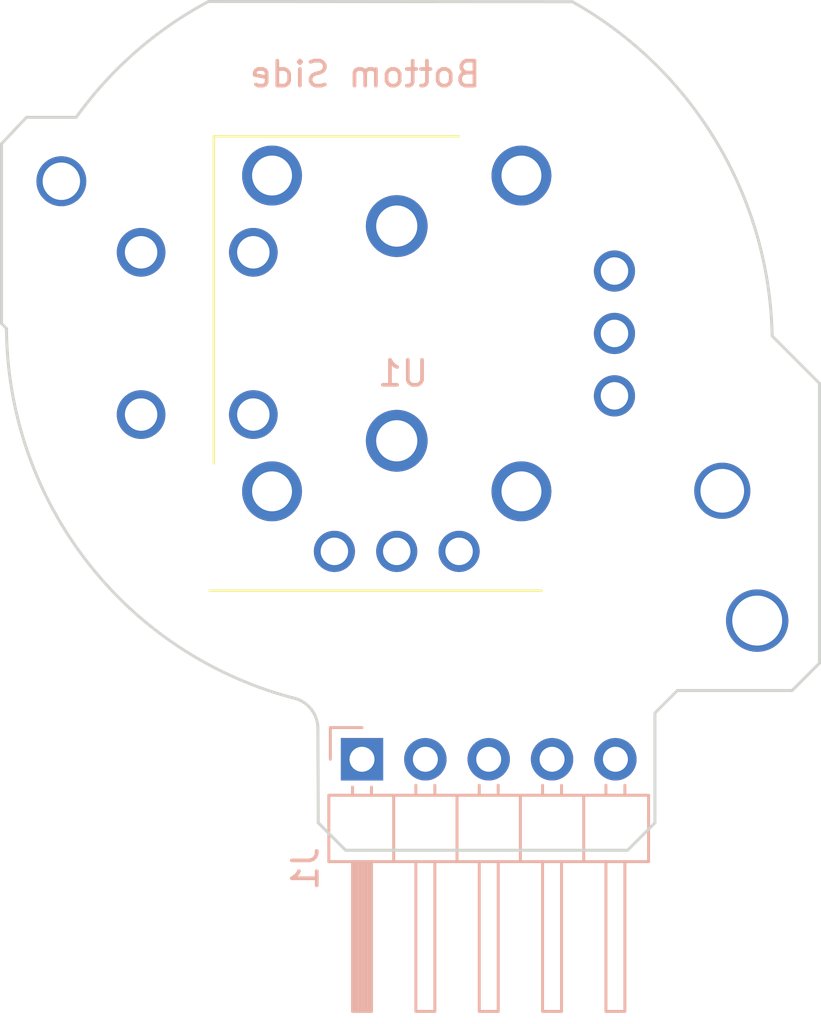
<source format=kicad_pcb>
(kicad_pcb (version 20221018) (generator pcbnew)
  (layers (0 "F.Cu" signal) (31 "B.Cu" signal) (34 "B.Paste" user) (35 "F.Paste" user) (36 "B.SilkS" user "B.Silkscreen") (37 "F.SilkS" user "F.Silkscreen") (38 "B.Mask" user) (39 "F.Mask" user) (44 "Edge.Cuts" user))
  (net 0 "")
  (footprint "Connector_PinHeader_2.54mm:PinHeader_1x05_P2.54mm_Horizontal" (layer "B.Cu") (at 137.1225 97.488 -90)
    (fp_text reference "J1" (at 4.385 2.27 90) (layer "B.SilkS") (effects (justify mirror)))
    (fp_text value "Conn_01x05_Pin")
    (fp_line (start -1.27 0) (end -1.27 1.27) (stroke (width 0.12)) (layer "B.SilkS"))
    (fp_line (start -1.27 1.27) (end 0 1.27) (stroke (width 0.12)) (layer "B.SilkS"))
    (fp_line (start 1.042929 -10.54) (end 1.44 -10.54) (stroke (width 0.12)) (layer "B.SilkS"))
    (fp_line (start 1.042929 -9.78) (end 1.44 -9.78) (stroke (width 0.12)) (layer "B.SilkS"))
    (fp_line (start 1.042929 -8) (end 1.44 -8) (stroke (width 0.12)) (layer "B.SilkS"))
    (fp_line (start 1.042929 -7.24) (end 1.44 -7.24) (stroke (width 0.12)) (layer "B.SilkS"))
    (fp_line (start 1.042929 -5.46) (end 1.44 -5.46) (stroke (width 0.12)) (layer "B.SilkS"))
    (fp_line (start 1.042929 -4.7) (end 1.44 -4.7) (stroke (width 0.12)) (layer "B.SilkS"))
    (fp_line (start 1.042929 -2.92) (end 1.44 -2.92) (stroke (width 0.12)) (layer "B.SilkS"))
    (fp_line (start 1.042929 -2.16) (end 1.44 -2.16) (stroke (width 0.12)) (layer "B.SilkS"))
    (fp_line (start 1.11 -0.38) (end 1.44 -0.38) (stroke (width 0.12)) (layer "B.SilkS"))
    (fp_line (start 1.11 0.38) (end 1.44 0.38) (stroke (width 0.12)) (layer "B.SilkS"))
    (fp_line (start 1.44 -11.49) (end 4.1 -11.49) (stroke (width 0.12)) (layer "B.SilkS"))
    (fp_line (start 1.44 -8.89) (end 4.1 -8.89) (stroke (width 0.12)) (layer "B.SilkS"))
    (fp_line (start 1.44 -6.35) (end 4.1 -6.35) (stroke (width 0.12)) (layer "B.SilkS"))
    (fp_line (start 1.44 -3.81) (end 4.1 -3.81) (stroke (width 0.12)) (layer "B.SilkS"))
    (fp_line (start 1.44 -1.27) (end 4.1 -1.27) (stroke (width 0.12)) (layer "B.SilkS"))
    (fp_line (start 1.44 1.33) (end 1.44 -11.49) (stroke (width 0.12)) (layer "B.SilkS"))
    (fp_line (start 4.1 -11.49) (end 4.1 1.33) (stroke (width 0.12)) (layer "B.SilkS"))
    (fp_line (start 4.1 -9.78) (end 10.1 -9.78) (stroke (width 0.12)) (layer "B.SilkS"))
    (fp_line (start 4.1 -7.24) (end 10.1 -7.24) (stroke (width 0.12)) (layer "B.SilkS"))
    (fp_line (start 4.1 -4.7) (end 10.1 -4.7) (stroke (width 0.12)) (layer "B.SilkS"))
    (fp_line (start 4.1 -2.16) (end 10.1 -2.16) (stroke (width 0.12)) (layer "B.SilkS"))
    (fp_line (start 4.1 -0.28) (end 10.1 -0.28) (stroke (width 0.12)) (layer "B.SilkS"))
    (fp_line (start 4.1 -0.16) (end 10.1 -0.16) (stroke (width 0.12)) (layer "B.SilkS"))
    (fp_line (start 4.1 -0.04) (end 10.1 -0.04) (stroke (width 0.12)) (layer "B.SilkS"))
    (fp_line (start 4.1 0.08) (end 10.1 0.08) (stroke (width 0.12)) (layer "B.SilkS"))
    (fp_line (start 4.1 0.2) (end 10.1 0.2) (stroke (width 0.12)) (layer "B.SilkS"))
    (fp_line (start 4.1 0.32) (end 10.1 0.32) (stroke (width 0.12)) (layer "B.SilkS"))
    (fp_line (start 4.1 0.38) (end 10.1 0.38) (stroke (width 0.12)) (layer "B.SilkS"))
    (fp_line (start 4.1 1.33) (end 1.44 1.33) (stroke (width 0.12)) (layer "B.SilkS"))
    (fp_line (start 10.1 -10.54) (end 4.1 -10.54) (stroke (width 0.12)) (layer "B.SilkS"))
    (fp_line (start 10.1 -9.78) (end 10.1 -10.54) (stroke (width 0.12)) (layer "B.SilkS"))
    (fp_line (start 10.1 -8) (end 4.1 -8) (stroke (width 0.12)) (layer "B.SilkS"))
    (fp_line (start 10.1 -7.24) (end 10.1 -8) (stroke (width 0.12)) (layer "B.SilkS"))
    (fp_line (start 10.1 -5.46) (end 4.1 -5.46) (stroke (width 0.12)) (layer "B.SilkS"))
    (fp_line (start 10.1 -4.7) (end 10.1 -5.46) (stroke (width 0.12)) (layer "B.SilkS"))
    (fp_line (start 10.1 -2.92) (end 4.1 -2.92) (stroke (width 0.12)) (layer "B.SilkS"))
    (fp_line (start 10.1 -2.16) (end 10.1 -2.92) (stroke (width 0.12)) (layer "B.SilkS"))
    (fp_line (start 10.1 -0.38) (end 4.1 -0.38) (stroke (width 0.12)) (layer "B.SilkS"))
    (fp_line (start 10.1 0.38) (end 10.1 -0.38) (stroke (width 0.12)) (layer "B.SilkS"))
    (pad "1" thru_hole rect (at 0 0 270) (size 1.7 1.7) (drill 1) (layers "*.Cu" "*.Mask"))
    (pad "2" thru_hole oval (at 0 -2.54 270) (size 1.7 1.7) (drill 1) (layers "*.Cu" "*.Mask"))
    (pad "3" thru_hole oval (at 0 -5.08 270) (size 1.7 1.7) (drill 1) (layers "*.Cu" "*.Mask"))
    (pad "4" thru_hole oval (at 0 -7.62 270) (size 1.7 1.7) (drill 1) (layers "*.Cu" "*.Mask"))
    (pad "5" thru_hole oval (at 0 -10.16 270) (size 1.7 1.7) (drill 1) (layers "*.Cu" "*.Mask"))
  )
  (footprint "ProControllerX:RJoystick" (layer "B.Cu") (at 138.7675 82.533 180)
    (fp_text reference "U1" (at 0 0.5 unlocked) (layer "B.SilkS") (effects (justify mirror)))
    (fp_text value "~")
    (fp_text user "Bottom Side" (at -3.2 11.9 unlocked) (layer "B.SilkS") (effects (justify left bottom mirror)))
    (fp_line (start -5.5625 -8.199) (end 7.7525 -8.199) (stroke (width 0.1)) (layer "F.SilkS"))
    (fp_line (start -2.2475 10) (end 7.5875 10) (stroke (width 0.1)) (layer "F.SilkS"))
    (fp_line (start 7.5875 10) (end 7.5875 -3.1) (stroke (width 0.1)) (layer "F.SilkS"))
    (fp_line (start -16.7 -11.1) (end -15.6 -12.2) (stroke (width 0.12)) (layer "Edge.Cuts"))
    (fp_line (start -16.7 0.1) (end -16.7 -11.1) (stroke (width 0.12)) (layer "Edge.Cuts"))
    (fp_line (start -16.7 0.1) (end -14.8 2) (stroke (width 0.12)) (layer "Edge.Cuts"))
    (fp_line (start -15.6 -12.2) (end -11 -12.2) (stroke (width 0.12)) (layer "Edge.Cuts"))
    (fp_line (start -11 -12.2) (end -10.1 -13.1) (stroke (width 0.12)) (layer "Edge.Cuts"))
    (fp_line (start -10.1 -17.5) (end -9 -18.6) (stroke (width 0.12)) (layer "Edge.Cuts"))
    (fp_line (start -10.1 -13.1) (end -10.1 -17.5) (stroke (width 0.12)) (layer "Edge.Cuts"))
    (fp_line (start -9 -18.6) (end 2.3 -18.6) (stroke (width 0.12)) (layer "Edge.Cuts"))
    (fp_line (start -6.793762 15.388901) (end 7.8 15.4) (stroke (width 0.12)) (layer "Edge.Cuts"))
    (fp_line (start 2.3 -18.6) (end 3.4 -17.5) (stroke (width 0.12)) (layer "Edge.Cuts"))
    (fp_line (start 3.4 -17.5) (end 3.414058 -13.75271) (stroke (width 0.12)) (layer "Edge.Cuts"))
    (fp_line (start 13.105345 10.760092) (end 15.1 10.760092) (stroke (width 0.12)) (layer "Edge.Cuts"))
    (fp_line (start 15.1 10.760092) (end 16.1 9.7) (stroke (width 0.12)) (layer "Edge.Cuts"))
    (fp_line (start 16.1 2.5) (end 15.9 2.3) (stroke (width 0.12)) (layer "Edge.Cuts"))
    (fp_line (start 16.1 9.7) (end 16.1 2.5) (stroke (width 0.12)) (layer "Edge.Cuts"))
    (fp_arc (start -6.793762 15.388901) (mid -12.577117 9.758989) (end -14.799999 2) (stroke (width 0.12)) (layer "Edge.Cuts"))
    (fp_arc (start 4.348202 -12.511785) (mid 3.666899 -12.970978) (end 3.414058 -13.75271) (stroke (width 0.12)) (layer "Edge.Cuts"))
    (fp_arc (start 4.348202 -12.511785) (mid 12.643746 -7.070978) (end 15.899999 2.3) (stroke (width 0.12)) (layer "Edge.Cuts"))
    (fp_arc (start 13.105345 10.760092) (mid 10.719485 13.385124) (end 7.8 15.4) (stroke (width 0.12)) (layer "Edge.Cuts"))
    (pad "A1" thru_hole circle (at 6.0025 -1.147 90) (size 1.95 1.95) (drill 1.3) (layers "*.Cu" "*.Mask"))
    (pad "A1" thru_hole circle (at 6.0025 5.353 90) (size 1.95 1.95) (drill 1.3) (layers "*.Cu" "*.Mask"))
    (pad "A11" thru_hole circle (at 2.7525 -6.627 90) (size 1.65 1.65) (drill 1.1) (layers "*.Cu" "*.Mask"))
    (pad "A12" thru_hole circle (at 0.2525 -6.627 90) (size 1.65 1.65) (drill 1.1) (layers "*.Cu" "*.Mask"))
    (pad "A13" thru_hole circle (at -2.2475 -6.627 90) (size 1.65 1.65) (drill 1.1) (layers "*.Cu" "*.Mask"))
    (pad "B1" thru_hole circle (at 10.5025 -1.147 90) (size 1.95 1.95) (drill 1.3) (layers "*.Cu" "*.Mask"))
    (pad "B1" thru_hole circle (at 10.5025 5.353 90) (size 1.95 1.95) (drill 1.3) (layers "*.Cu" "*.Mask"))
    (pad "B2" thru_hole circle (at -14.2 -9.4 90) (size 2.5 2.5) (drill 2) (layers "*.Cu" "*.Mask"))
    (pad "B2" thru_hole circle (at 13.7 8.2 90) (size 2 2) (drill 1.5) (layers "*.Cu" "*.Mask"))
    (pad "B3" thru_hole circle (at -12.8 -4.2 90) (size 2.25 2.25) (drill 1.75) (layers "*.Cu" "*.Mask"))
    (pad "B11" thru_hole circle (at -8.4775 -0.397 90) (size 1.65 1.65) (drill 1.1) (layers "*.Cu" "*.Mask"))
    (pad "B12" thru_hole circle (at -8.4775 2.103 90) (size 1.65 1.65) (drill 1.1) (layers "*.Cu" "*.Mask"))
    (pad "B13" thru_hole circle (at -8.4775 4.603 90) (size 1.65 1.65) (drill 1.1) (layers "*.Cu" "*.Mask"))
    (pad "MH1" thru_hole circle (at -4.7475 -4.222 90) (size 2.4 2.4) (drill 1.6) (layers "*.Cu" "*.Mask"))
    (pad "MH1" thru_hole circle (at -4.7475 8.428 90) (size 2.4 2.4) (drill 1.6) (layers "*.Cu" "*.Mask"))
    (pad "MH1" thru_hole circle (at 5.2525 -4.222 90) (size 2.4 2.4) (drill 1.6) (layers "*.Cu" "*.Mask"))
    (pad "MH1" thru_hole circle (at 5.2525 8.428 90) (size 2.4 2.4) (drill 1.6) (layers "*.Cu" "*.Mask"))
    (pad "MH2" thru_hole circle (at 0.2525 -2.197 90) (size 2.475 2.475) (drill 1.65) (layers "*.Cu" "*.Mask"))
    (pad "MH2" thru_hole circle (at 0.2525 6.403 90) (size 2.475 2.475) (drill 1.65) (layers "*.Cu" "*.Mask"))
  )
)
</source>
